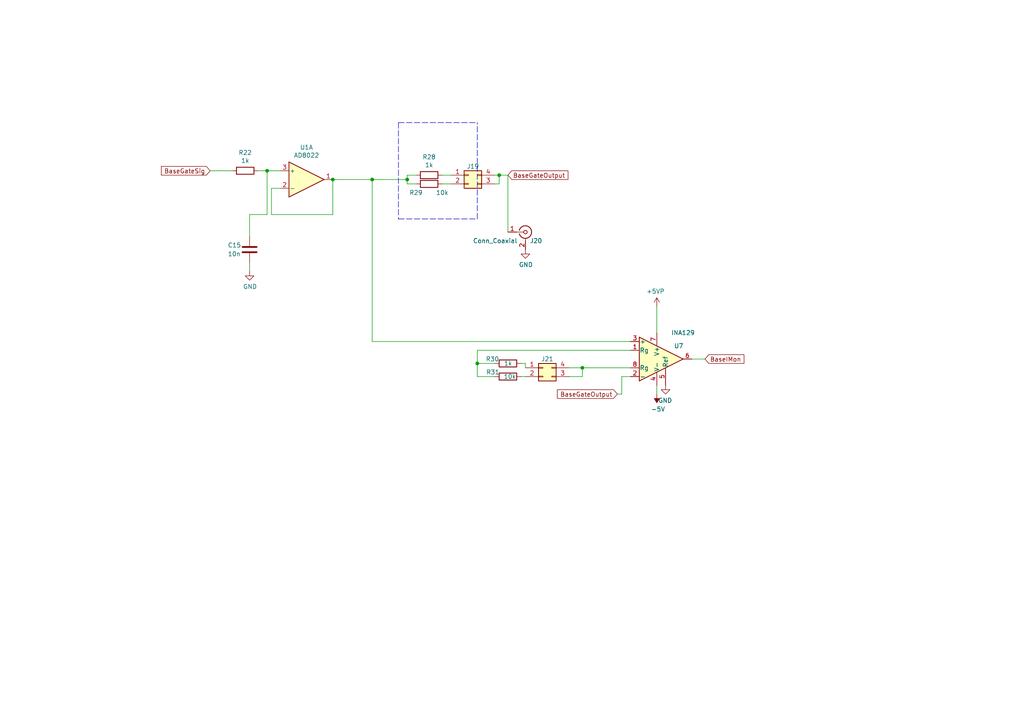
<source format=kicad_sch>
(kicad_sch (version 20211123) (generator eeschema)
  (paper "A4")
  (lib_symbols
    (symbol "Amplifier_Instrumentation:INA129" (pin_names (offset 0.127))
      (property "Reference" "U" (at 3.81 3.175 0))
      (property "Value" "INA129" (at 3.81 -3.175 0))
      (symbol "INA129_0_1"
        (polyline (pts (xy 7.62 0) (xy -5.08 6.35) (xy -5.08 -6.35) (xy 7.62 0)) (stroke (width 0.254)) (fill (type background)))
      )
      (symbol "INA129_1_1"
        (pin passive line (at -7.62 2.54 0) (length 2.54) (name "Rg") (number "1"))
        (pin input line (at -7.62 -5.08 0) (length 2.54) (name "-") (number "2"))
        (pin input line (at -7.62 5.08 0) (length 2.54) (name "+") (number "3"))
        (pin power_in line (at 0 -7.62 90) (length 3.81) (name "V-") (number "4"))
        (pin input line (at 2.54 -7.62 90) (length 5.08) (name "Ref") (number "5"))
        (pin output line (at 10.16 0 180) (length 2.54) (name "~") (number "6"))
        (pin power_in line (at 0 7.62 270) (length 3.81) (name "V+") (number "7"))
        (pin passive line (at -7.62 -2.54 0) (length 2.54) (name "Rg") (number "8"))
      )
    )
    (symbol "Amplifier_Operational:LM358" (pin_names (offset 0.127))
      (property "Reference" "U" (at 0 5.08 0))
      (property "Value" "LM358" (at 0 -5.08 0))
      (symbol "LM358_1_1"
        (polyline (pts (xy -5.08 5.08) (xy 5.08 0) (xy -5.08 -5.08) (xy -5.08 5.08)) (stroke (width 0.254)) (fill (type background)))
        (pin output line (at 7.62 0 180) (length 2.54) (name "~") (number "1"))
        (pin input line (at -7.62 -2.54 0) (length 2.54) (name "-") (number "2"))
        (pin input line (at -7.62 2.54 0) (length 2.54) (name "+") (number "3"))
      )
      (symbol "LM358_2_1"
        (polyline (pts (xy -5.08 5.08) (xy 5.08 0) (xy -5.08 -5.08) (xy -5.08 5.08)) (stroke (width 0.254)) (fill (type background)))
        (pin input line (at -7.62 2.54 0) (length 2.54) (name "+") (number "5"))
        (pin input line (at -7.62 -2.54 0) (length 2.54) (name "-") (number "6"))
        (pin output line (at 7.62 0 180) (length 2.54) (name "~") (number "7"))
      )
      (symbol "LM358_3_1"
        (pin power_in line (at -2.54 -7.62 90) (length 3.81) (name "V-") (number "4"))
        (pin power_in line (at -2.54 7.62 270) (length 3.81) (name "V+") (number "8"))
      )
    )
    (symbol "Connector:Conn_Coaxial" (pin_names (offset 1.016) hide)
      (property "Reference" "J" (at 0.254 3.048 0))
      (property "Value" "Conn_Coaxial" (at 2.921 0 90))
      (symbol "Conn_Coaxial_0_1"
        (arc (start -1.778 -0.508) (mid 0.222 -1.808) (end 1.778 0) (stroke (width 0.254)))
        (polyline (pts (xy -2.54 0) (xy -0.508 0)))
        (polyline (pts (xy 0 -2.54) (xy 0 -1.778)))
        (circle (center 0 0) (radius 0.508) (stroke (width 0.2032)))
        (arc (start 1.778 0) (mid 0.222 1.8083) (end -1.778 0.508) (stroke (width 0.254)))
      )
      (symbol "Conn_Coaxial_1_1"
        (pin passive line (at -5.08 0 0) (length 2.54) (name "In") (number "1"))
        (pin passive line (at 0 -5.08 90) (length 2.54) (name "Ext") (number "2"))
      )
    )
    (symbol "Connector_Generic:Conn_02x02_Counter_Clockwise" (pin_names (offset 1.016) hide)
      (property "Reference" "J" (at 1.27 2.54 0))
      (property "Value" "Conn_02x02_Counter_Clockwise" (at 1.27 -5.08 0))
      (symbol "Conn_02x02_Counter_Clockwise_1_1"
        (rectangle (start -1.27 -2.413) (end 0 -2.667) (stroke (width 0.1524)))
        (rectangle (start -1.27 0.127) (end 0 -0.127) (stroke (width 0.1524)))
        (rectangle (start -1.27 1.27) (end 3.81 -3.81) (stroke (width 0.254)) (fill (type background)))
        (rectangle (start 3.81 -2.413) (end 2.54 -2.667) (stroke (width 0.1524)))
        (rectangle (start 3.81 0.127) (end 2.54 -0.127) (stroke (width 0.1524)))
        (pin passive line (at -5.08 0 0) (length 3.81) (name "Pin_1") (number "1"))
        (pin passive line (at -5.08 -2.54 0) (length 3.81) (name "Pin_2") (number "2"))
        (pin passive line (at 7.62 -2.54 180) (length 3.81) (name "Pin_3") (number "3"))
        (pin passive line (at 7.62 0 180) (length 3.81) (name "Pin_4") (number "4"))
      )
    )
    (symbol "Device:C" (pin_numbers hide) (pin_names (offset 0.254))
      (property "Reference" "C" (at 0.635 2.54 0))
      (property "Value" "C" (at 0.635 -2.54 0))
      (symbol "C_0_1"
        (polyline (pts (xy -2.032 -0.762) (xy 2.032 -0.762)) (stroke (width 0.508)))
        (polyline (pts (xy -2.032 0.762) (xy 2.032 0.762)) (stroke (width 0.508)))
      )
      (symbol "C_1_1"
        (pin passive line (at 0 3.81 270) (length 2.794) (name "~") (number "1"))
        (pin passive line (at 0 -3.81 90) (length 2.794) (name "~") (number "2"))
      )
    )
    (symbol "Device:R" (pin_numbers hide) (pin_names (offset 0))
      (property "Reference" "R" (at 2.032 0 90))
      (property "Value" "R" (at 0 0 90))
      (symbol "R_0_1"
        (rectangle (start -1.016 -2.54) (end 1.016 2.54) (stroke (width 0.254)))
      )
      (symbol "R_1_1"
        (pin passive line (at 0 3.81 270) (length 1.27) (name "~") (number "1"))
        (pin passive line (at 0 -3.81 90) (length 1.27) (name "~") (number "2"))
      )
    )
    (symbol "power:+5VP" (power) (pin_names (offset 0))
      (property "Value" "+5VP" (at 0 3.556 0))
      (symbol "+5VP_0_1"
        (polyline (pts (xy -0.762 1.27) (xy 0 2.54)))
        (polyline (pts (xy 0 0) (xy 0 2.54)))
        (polyline (pts (xy 0 2.54) (xy 0.762 1.27)))
      )
      (symbol "+5VP_1_1"
        (pin power_in line (at 0 0 90) (length 0) hide (name "+5VP") (number "1"))
      )
    )
    (symbol "power:-5V" (power) (pin_names (offset 0))
      (property "Value" "-5V" (at 0 3.81 0))
      (symbol "-5V_0_0"
        (pin power_in line (at 0 0 90) (length 0) hide (name "-5V") (number "1"))
      )
      (symbol "-5V_0_1"
        (polyline (pts (xy 0 0) (xy 0 1.27) (xy 0.762 1.27) (xy 0 2.54) (xy -0.762 1.27) (xy 0 1.27)) (fill (type outline)))
      )
    )
    (symbol "power:GND" (power) (pin_names (offset 0))
      (property "Value" "GND" (at 0 -3.81 0))
      (symbol "GND_0_1"
        (polyline (pts (xy 0 0) (xy 0 -1.27) (xy 1.27 -1.27) (xy 0 -2.54) (xy -1.27 -1.27) (xy 0 -1.27)))
      )
      (symbol "GND_1_1"
        (pin power_in line (at 0 0 270) (length 0) hide (name "GND") (number "1"))
      )
    )
  )
  (junction (at 107.95 52.07))
  (junction (at 144.78 50.8))
  (junction (at 138.43 105.41))
  (junction (at 168.91 106.68))
  (junction (at 118.11 52.07))
  (junction (at 77.47 49.53))
  (junction (at 96.52 52.07))
  (wire (pts (xy 151.13 109.22) (xy 152.4 109.22)))
  (wire (pts (xy 72.39 78.74) (xy 72.39 76.2)))
  (wire (pts (xy 152.4 106.68) (xy 152.4 105.41)))
  (wire (pts (xy 77.47 49.53) (xy 81.28 49.53)))
  (wire (pts (xy 138.43 101.6) (xy 182.88 101.6)))
  (wire (pts (xy 143.51 53.34) (xy 144.78 53.34)))
  (polyline (pts (xy 115.57 35.56) (xy 138.43 35.56)))
  (wire (pts (xy 81.28 54.61) (xy 78.74 54.61)))
  (wire (pts (xy 143.51 109.22) (xy 138.43 109.22)))
  (wire (pts (xy 128.27 50.8) (xy 130.81 50.8)))
  (wire (pts (xy 107.95 52.07) (xy 118.11 52.07)))
  (polyline (pts (xy 138.43 63.5) (xy 138.43 35.56)))
  (wire (pts (xy 107.95 99.06) (xy 182.88 99.06)))
  (wire (pts (xy 96.52 52.07) (xy 107.95 52.07)))
  (wire (pts (xy 147.32 50.8) (xy 147.32 67.31)))
  (wire (pts (xy 180.34 109.22) (xy 180.34 114.3)))
  (wire (pts (xy 180.34 114.3) (xy 179.07 114.3)))
  (polyline (pts (xy 115.57 63.5) (xy 138.43 63.5)))
  (wire (pts (xy 118.11 50.8) (xy 120.65 50.8)))
  (wire (pts (xy 138.43 105.41) (xy 138.43 101.6)))
  (wire (pts (xy 67.31 49.53) (xy 60.96 49.53)))
  (wire (pts (xy 138.43 109.22) (xy 138.43 105.41)))
  (wire (pts (xy 107.95 99.06) (xy 107.95 52.07)))
  (wire (pts (xy 77.47 49.53) (xy 77.47 62.23)))
  (wire (pts (xy 143.51 50.8) (xy 144.78 50.8)))
  (wire (pts (xy 168.91 106.68) (xy 182.88 106.68)))
  (wire (pts (xy 74.93 49.53) (xy 77.47 49.53)))
  (wire (pts (xy 204.47 104.14) (xy 200.66 104.14)))
  (wire (pts (xy 96.52 52.07) (xy 96.52 62.23)))
  (polyline (pts (xy 115.57 35.56) (xy 115.57 63.5)))
  (wire (pts (xy 128.27 53.34) (xy 130.81 53.34)))
  (wire (pts (xy 78.74 54.61) (xy 78.74 62.23)))
  (wire (pts (xy 151.13 105.41) (xy 152.4 105.41)))
  (wire (pts (xy 118.11 53.34) (xy 118.11 52.07)))
  (wire (pts (xy 190.5 114.3) (xy 190.5 111.76)))
  (wire (pts (xy 72.39 62.23) (xy 77.47 62.23)))
  (wire (pts (xy 190.5 88.9) (xy 190.5 96.52)))
  (wire (pts (xy 144.78 53.34) (xy 144.78 50.8)))
  (wire (pts (xy 165.1 109.22) (xy 168.91 109.22)))
  (wire (pts (xy 72.39 62.23) (xy 72.39 68.58)))
  (wire (pts (xy 138.43 105.41) (xy 143.51 105.41)))
  (wire (pts (xy 144.78 50.8) (xy 147.32 50.8)))
  (wire (pts (xy 168.91 106.68) (xy 168.91 109.22)))
  (wire (pts (xy 78.74 62.23) (xy 96.52 62.23)))
  (wire (pts (xy 182.88 109.22) (xy 180.34 109.22)))
  (wire (pts (xy 120.65 53.34) (xy 118.11 53.34)))
  (wire (pts (xy 165.1 106.68) (xy 168.91 106.68)))
  (wire (pts (xy 118.11 52.07) (xy 118.11 50.8)))
  (global_label "BaseGateOutput" (shape input) (at 179.07 114.3 180) (property "Intersheet References" "${INTERSHEET_REFS}" (effects hide)))
  (global_label "BaseIMon" (shape input) (at 204.47 104.14 0) (property "Intersheet References" "${INTERSHEET_REFS}" (effects hide)))
  (global_label "BaseGateOutput" (shape input) (at 147.32 50.8 0) (property "Intersheet References" "${INTERSHEET_REFS}" (effects hide)))
  (global_label "BaseGateSig" (shape input) (at 60.96 49.53 180) (property "Intersheet References" "${INTERSHEET_REFS}" (effects hide)))
  (symbol (lib_id "power:GND") (at 152.4 72.39 0) (unit 1)
    (property "Reference" "#PWR0175" (effects hide))
    (property "Value" "GND" (at 152.527 76.7842 0))
  )
  (symbol (lib_id "Device:C") (at 72.39 72.39 0) (unit 1)
    (property "Reference" "C15" (at 66.04 71.12 0) (effects (justify left)))
    (property "Value" "10n" (at 66.04 73.66 0) (effects (justify left)))
    (property "Footprint" "Capacitor_SMD:C_0805_2012Metric" (effects hide))
  )
  (symbol (lib_id "power:GND") (at 193.04 111.76 0) (mirror y) (unit 1)
    (property "Reference" "#PWR0177" (effects hide))
    (property "Value" "GND" (at 192.913 116.1542 0))
  )
  (symbol (lib_id "Connector:Conn_Coaxial") (at 152.4 67.31 0) (unit 1)
    (property "Reference" "J20" (at 153.67 69.85 0) (effects (justify left)))
    (property "Value" "Conn_Coaxial" (at 137.16 69.85 0) (effects (justify left)))
    (property "Footprint" "Eli_Lib:31-5486-1010 BNC Panel RA" (effects hide))
    (property "Datasheet" " ~" (effects hide))
  )
  (symbol (lib_id "Connector_Generic:Conn_02x02_Counter_Clockwise") (at 157.48 106.68 0) (unit 1)
    (property "Reference" "J21" (at 158.75 104.14 0))
    (property "Value" "Conn_02x02_Counter_Clockwise" (effects hide))
    (property "Footprint" "Connector_PinHeader_2.54mm:PinHeader_2x02_P2.54mm_Vertical" (effects hide))
  )
  (symbol (lib_id "Device:R") (at 124.46 53.34 270) (unit 1)
    (property "Reference" "R29" (at 120.65 55.88 90))
    (property "Value" "10k" (at 128.27 55.88 90))
    (property "Footprint" "Resistor_SMD:R_1206_3216Metric" (effects hide))
  )
  (symbol (lib_id "power:-5V") (at 190.5 114.3 0) (mirror x) (unit 1)
    (property "Reference" "#PWR0176" (effects hide))
    (property "Value" "-5V" (at 190.881 118.6942 0))
  )
  (symbol (lib_id "Device:R") (at 147.32 105.41 90) (mirror x) (unit 1)
    (property "Reference" "R30" (at 144.78 104.14 90) (effects (justify left)))
    (property "Value" "1k" (at 148.59 105.41 90) (effects (justify left)))
    (property "Footprint" "Resistor_SMD:R_1206_3216Metric" (effects hide))
  )
  (symbol (lib_id "Connector_Generic:Conn_02x02_Counter_Clockwise") (at 135.89 50.8 0) (unit 1)
    (property "Reference" "J19" (at 137.16 48.26 0))
    (property "Value" "Conn_02x02_Counter_Clockwise" (effects hide))
    (property "Footprint" "Connector_PinHeader_2.54mm:PinHeader_2x02_P2.54mm_Vertical" (effects hide))
  )
  (symbol (lib_id "Amplifier_Instrumentation:INA129") (at 190.5 104.14 0) (unit 1)
    (property "Reference" "U7" (at 196.85 100.33 0))
    (property "Value" "INA129" (at 198.12 96.52 0))
    (property "Footprint" "Package_DIP:DIP-8_W7.62mm" (effects hide))
    (property "Datasheet" "http://www.ti.com/lit/ds/symlink/ina128.pdf" (effects hide))
  )
  (symbol (lib_id "power:GND") (at 72.39 78.74 0) (unit 1)
    (property "Reference" "#PWR0149" (effects hide))
    (property "Value" "GND" (at 72.517 83.1342 0))
  )
  (symbol (lib_id "Device:R") (at 71.12 49.53 270) (unit 1)
    (property "Reference" "R22" (at 71.12 44.2722 90))
    (property "Value" "1k" (at 71.12 46.5836 90))
    (property "Footprint" "Resistor_SMD:R_1206_3216Metric" (effects hide))
  )
  (symbol (lib_id "Amplifier_Operational:LM358") (at 88.9 52.07 0) (unit 1)
    (property "Reference" "U1" (at 88.9 42.7482 0))
    (property "Value" "AD8022" (at 88.9 45.0596 0))
    (property "Footprint" "Package_SO:SO-8_3.9x4.9mm_P1.27mm" (effects hide))
    (property "Datasheet" "http://www.ti.com/lit/ds/symlink/lm2904-n.pdf" (effects hide))
  )
  (symbol (lib_id "Device:R") (at 124.46 50.8 270) (unit 1)
    (property "Reference" "R28" (at 124.46 45.5422 90))
    (property "Value" "1k" (at 124.46 47.8536 90))
    (property "Footprint" "Resistor_SMD:R_1206_3216Metric" (effects hide))
  )
  (symbol (lib_id "power:+5VP") (at 190.5 88.9 0) (mirror y) (unit 1)
    (property "Reference" "#PWR0178" (effects hide))
    (property "Value" "+5VP" (at 190.119 84.5058 0))
  )
  (symbol (lib_id "Device:R") (at 147.32 109.22 270) (unit 1)
    (property "Reference" "R31" (at 140.97 107.95 90) (effects (justify left)))
    (property "Value" "10k" (at 146.05 109.22 90) (effects (justify left)))
    (property "Footprint" "Resistor_SMD:R_1206_3216Metric" (effects hide))
  )
)
</source>
